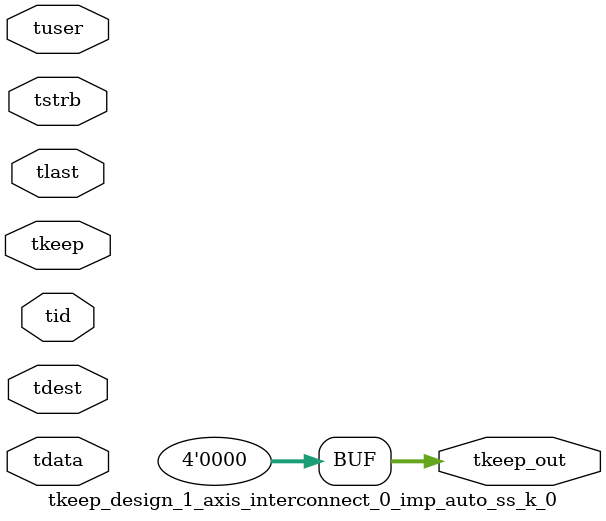
<source format=v>


`timescale 1ps/1ps

module tkeep_design_1_axis_interconnect_0_imp_auto_ss_k_0 #
(
parameter C_S_AXIS_TDATA_WIDTH = 32,
parameter C_S_AXIS_TUSER_WIDTH = 0,
parameter C_S_AXIS_TID_WIDTH   = 0,
parameter C_S_AXIS_TDEST_WIDTH = 0,
parameter C_M_AXIS_TDATA_WIDTH = 32
)
(
input  [(C_S_AXIS_TDATA_WIDTH == 0 ? 1 : C_S_AXIS_TDATA_WIDTH)-1:0     ] tdata,
input  [(C_S_AXIS_TUSER_WIDTH == 0 ? 1 : C_S_AXIS_TUSER_WIDTH)-1:0     ] tuser,
input  [(C_S_AXIS_TID_WIDTH   == 0 ? 1 : C_S_AXIS_TID_WIDTH)-1:0       ] tid,
input  [(C_S_AXIS_TDEST_WIDTH == 0 ? 1 : C_S_AXIS_TDEST_WIDTH)-1:0     ] tdest,
input  [(C_S_AXIS_TDATA_WIDTH/8)-1:0 ] tkeep,
input  [(C_S_AXIS_TDATA_WIDTH/8)-1:0 ] tstrb,
input                                                                    tlast,
output [(C_M_AXIS_TDATA_WIDTH/8)-1:0 ] tkeep_out
);

assign tkeep_out = {1'b0};

endmodule


</source>
